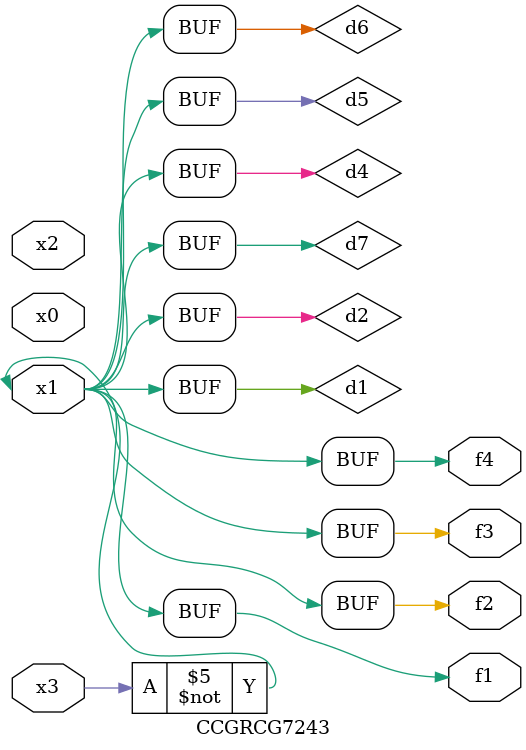
<source format=v>
module CCGRCG7243(
	input x0, x1, x2, x3,
	output f1, f2, f3, f4
);

	wire d1, d2, d3, d4, d5, d6, d7;

	not (d1, x3);
	buf (d2, x1);
	xnor (d3, d1, d2);
	nor (d4, d1);
	buf (d5, d1, d2);
	buf (d6, d4, d5);
	nand (d7, d4);
	assign f1 = d6;
	assign f2 = d7;
	assign f3 = d6;
	assign f4 = d6;
endmodule

</source>
